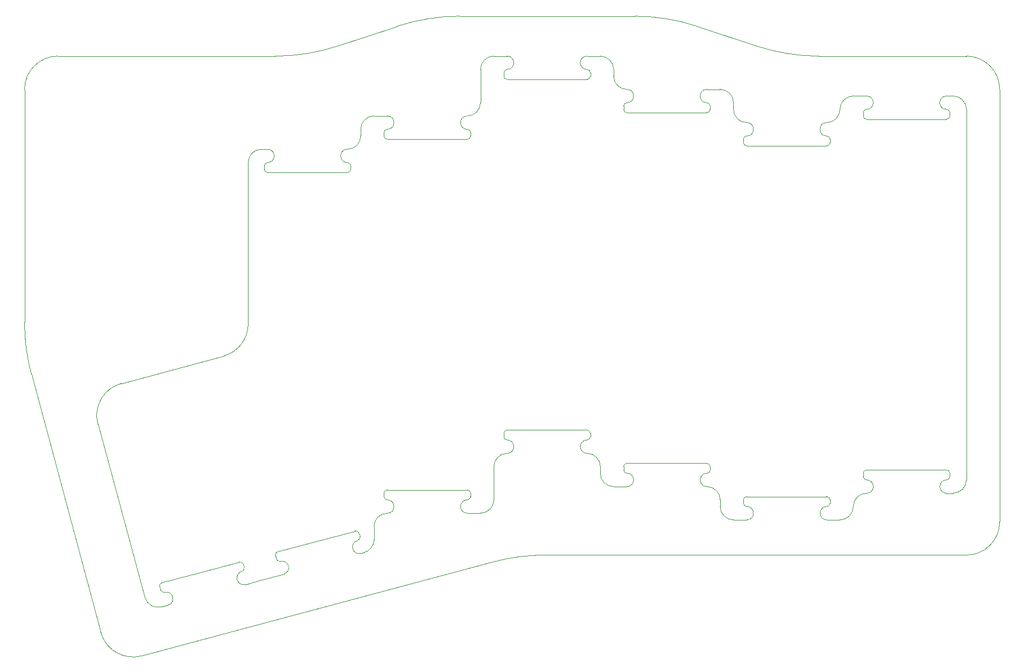
<source format=gbr>
G04 #@! TF.GenerationSoftware,KiCad,Pcbnew,9.0.2*
G04 #@! TF.CreationDate,2025-12-10T21:35:09-05:00*
G04 #@! TF.ProjectId,ThumbsUp,5468756d-6273-4557-902e-6b696361645f,rev?*
G04 #@! TF.SameCoordinates,Original*
G04 #@! TF.FileFunction,Profile,NP*
%FSLAX46Y46*%
G04 Gerber Fmt 4.6, Leading zero omitted, Abs format (unit mm)*
G04 Created by KiCad (PCBNEW 9.0.2) date 2025-12-10 21:35:09*
%MOMM*%
%LPD*%
G01*
G04 APERTURE LIST*
G04 #@! TA.AperFunction,Profile*
%ADD10C,0.050000*%
G04 #@! TD*
G04 APERTURE END LIST*
D10*
X99368747Y-187203553D02*
X99368747Y-186703553D01*
X165868300Y-136000000D02*
X166868300Y-136000000D01*
X105868747Y-186203553D02*
X111868747Y-186203553D01*
X130368300Y-138000000D02*
G75*
G02*
X129868300Y-138500000I-500000J0D01*
G01*
X87868300Y-142500000D02*
X81868300Y-142500000D01*
X147868747Y-199703553D02*
G75*
G02*
X147868747Y-197703647I-47J999953D01*
G01*
X153368300Y-138500000D02*
G75*
G02*
X153868300Y-138000000I500000J0D01*
G01*
X93868300Y-141000000D02*
G75*
G02*
X94368300Y-141500000I0J-500000D01*
G01*
X105549731Y-205000000D02*
X168868300Y-205000000D01*
X83249797Y-125539501D02*
X74486803Y-128460499D01*
X141868300Y-143500000D02*
X135868300Y-143500000D01*
X48925234Y-212515469D02*
X47921221Y-212784494D01*
X173868300Y-135000000D02*
X173868300Y-200000000D01*
X113868747Y-191703553D02*
X113868747Y-192703550D01*
X94368747Y-196203553D02*
X94368747Y-195703553D01*
X123868300Y-138500000D02*
X129868300Y-138500000D01*
X81368300Y-141500000D02*
X81368300Y-142000000D01*
X168868300Y-193702367D02*
G75*
G02*
X166870668Y-195702399I-2000000J-33D01*
G01*
X153868300Y-136000000D02*
X151868300Y-136000000D01*
X131868747Y-196703553D02*
X131868747Y-197703553D01*
X60516343Y-209409641D02*
X62448195Y-208892003D01*
X141868300Y-143500000D02*
X147868300Y-143500000D01*
X130368747Y-192203553D02*
X130368747Y-191703553D01*
X47665813Y-209747102D02*
G75*
G02*
X48019365Y-209134722I482987J129402D01*
G01*
X53814922Y-207581815D02*
X48019367Y-209134729D01*
X75868300Y-146000000D02*
G75*
G02*
X75868300Y-144000000I0J1000000D01*
G01*
X129868747Y-191203553D02*
G75*
G02*
X130368747Y-191703553I-47J-500047D01*
G01*
X97868577Y-191703482D02*
X97868399Y-196701874D01*
X92736630Y-124000000D02*
X118999970Y-124000000D01*
X131868300Y-135000000D02*
G75*
G02*
X133868300Y-137000000I0J-2000000D01*
G01*
X63368300Y-146500000D02*
G75*
G02*
X63868300Y-146000000I500000J0D01*
G01*
X79868436Y-202689758D02*
G75*
G02*
X78386079Y-204621478I-2000036J158D01*
G01*
X117868747Y-192703553D02*
G75*
G02*
X117368747Y-192203553I-47J499953D01*
G01*
X47921221Y-212784494D02*
G75*
G02*
X45473876Y-211378254I-517621J1931894D01*
G01*
X60968300Y-146000000D02*
G75*
G02*
X62968300Y-144000000I2000000J0D01*
G01*
X105868300Y-133500000D02*
X99868300Y-133500000D01*
X65794260Y-205924875D02*
G75*
G02*
X65181938Y-205571309I-129360J482975D01*
G01*
X65052478Y-205088359D02*
G75*
G02*
X65406056Y-204476074I482922J129359D01*
G01*
X77903008Y-204750898D02*
X78386074Y-204621461D01*
X94368747Y-196203553D02*
G75*
G02*
X93868747Y-196703647I-500047J-47D01*
G01*
X94368300Y-141500000D02*
X94368300Y-142000000D01*
X165868300Y-138000000D02*
G75*
G02*
X165868300Y-136000000I0J1000000D01*
G01*
X123868747Y-191203553D02*
X117868747Y-191203553D01*
X38823002Y-216611490D02*
X28396822Y-177826101D01*
X117868300Y-135000000D02*
G75*
G02*
X115868300Y-133000000I0J2000000D01*
G01*
X147868300Y-142000000D02*
G75*
G02*
X147868300Y-140000000I0J1000000D01*
G01*
X97868577Y-191703482D02*
G75*
G02*
X99868747Y-189703577I2000023J-118D01*
G01*
X99368300Y-132500000D02*
X99368300Y-133000000D01*
X133868300Y-138000000D02*
X133868300Y-137000000D01*
X159868747Y-192203553D02*
X153868747Y-192203553D01*
X71201587Y-202923072D02*
X76997142Y-201370158D01*
X95868300Y-137000000D02*
G75*
G02*
X93868300Y-139000000I-2000000J0D01*
G01*
X118999970Y-124000000D02*
G75*
G02*
X128486806Y-125539492I30J-30000000D01*
G01*
X63368300Y-146500000D02*
X63368300Y-147000000D01*
X47795223Y-210230064D02*
X47665813Y-209747102D01*
X77868300Y-142000000D02*
G75*
G02*
X75868300Y-144000000I-2000000J0D01*
G01*
X173868300Y-200000000D02*
G75*
G02*
X168868300Y-205000000I-5000000J0D01*
G01*
X28396822Y-177826101D02*
G75*
G02*
X27368308Y-170038069I28971478J7788001D01*
G01*
X87868747Y-195203553D02*
X93868747Y-195203553D01*
X41910652Y-179200321D02*
X57264419Y-175079396D01*
X130368300Y-137500000D02*
X130368300Y-138000000D01*
X153868300Y-139500000D02*
G75*
G02*
X153368300Y-139000000I0J500000D01*
G01*
X123868747Y-191203553D02*
X129868747Y-191203553D01*
X153368300Y-138500000D02*
X153368300Y-139000000D01*
X63868300Y-144000000D02*
X62968300Y-144000000D01*
X60968301Y-170250310D02*
X60968300Y-146000000D01*
X66311898Y-207856727D02*
X64380047Y-208374365D01*
X71201587Y-202923072D02*
X65406032Y-204475986D01*
X62448195Y-208892001D02*
X64380047Y-208374365D01*
X135368747Y-196703553D02*
G75*
G02*
X135868747Y-196203647I499953J-47D01*
G01*
X112368300Y-133000000D02*
G75*
G02*
X111868300Y-133500000I-500000J0D01*
G01*
X63868300Y-147500000D02*
G75*
G02*
X63368300Y-147000000I0J500000D01*
G01*
X115868747Y-194703553D02*
X115865194Y-194703547D01*
X111868747Y-189703553D02*
G75*
G02*
X111868747Y-187703647I-47J999953D01*
G01*
X81868300Y-139000000D02*
G75*
G02*
X81868300Y-141000000I0J-1000000D01*
G01*
X112368747Y-187203553D02*
G75*
G02*
X111868747Y-187703647I-500047J-47D01*
G01*
X81868300Y-142500000D02*
G75*
G02*
X81368300Y-142000000I0J500000D01*
G01*
X93868747Y-198703553D02*
G75*
G02*
X93868747Y-196703647I-47J999953D01*
G01*
X166870668Y-195702366D02*
X165868747Y-195703552D01*
X111868747Y-186203553D02*
G75*
G02*
X112368747Y-186703553I-47J-500047D01*
G01*
X123868300Y-138500000D02*
X117868300Y-138500000D01*
X117868747Y-192703553D02*
G75*
G02*
X117868747Y-194703647I-47J-1000047D01*
G01*
X135868747Y-199703553D02*
X133868747Y-199703553D01*
X32368300Y-130000000D02*
X64999970Y-130000000D01*
X129868747Y-194703553D02*
G75*
G02*
X129868747Y-192703647I-47J999953D01*
G01*
X111868300Y-130000000D02*
X113868300Y-130000000D01*
X117368747Y-192203553D02*
X117368747Y-191703553D01*
X94368300Y-142000000D02*
G75*
G02*
X93868300Y-142500000I-500000J0D01*
G01*
X87868747Y-195203553D02*
X81868747Y-195203553D01*
X76997142Y-201370158D02*
G75*
G02*
X77609439Y-201723731I129358J-482942D01*
G01*
X129868747Y-194703553D02*
G75*
G02*
X131868747Y-196703553I-47J-2000047D01*
G01*
X38381259Y-185338769D02*
G75*
G02*
X41910663Y-179200361I4825441J1309369D01*
G01*
X115865194Y-194703547D02*
G75*
G02*
X113868650Y-192703550I3506J2000047D01*
G01*
X97868399Y-196701874D02*
G75*
G02*
X95870175Y-198701798I-1999999J74D01*
G01*
X65181888Y-205571322D02*
X65052478Y-205088359D01*
X153368747Y-193203553D02*
X153368747Y-192703553D01*
X74486803Y-128460499D02*
G75*
G02*
X64999970Y-129999991I-9486803J28460499D01*
G01*
X168868300Y-130000000D02*
G75*
G02*
X173868300Y-135000000I0J-5000000D01*
G01*
X151868747Y-197703553D02*
G75*
G02*
X149868747Y-199703647I-2000047J-47D01*
G01*
X99868300Y-133500000D02*
G75*
G02*
X99368300Y-133000000I0J500000D01*
G01*
X135868300Y-140000000D02*
G75*
G02*
X133868300Y-138000000I0J2000000D01*
G01*
X111868300Y-132000000D02*
G75*
G02*
X111868300Y-130000000I0J1000000D01*
G01*
X151868747Y-197703553D02*
G75*
G02*
X153868747Y-195703547I2000153J-147D01*
G01*
X153368747Y-192703553D02*
G75*
G02*
X153868747Y-192203647I499953J-47D01*
G01*
X166368747Y-193203553D02*
G75*
G02*
X165868747Y-193703647I-500047J-47D01*
G01*
X87868300Y-142500000D02*
X93868300Y-142500000D01*
X75868300Y-146000000D02*
G75*
G02*
X76368300Y-146500000I0J-500000D01*
G01*
X129868300Y-137000000D02*
G75*
G02*
X130368300Y-137500000I0J-500000D01*
G01*
X60352259Y-206865417D02*
X60222849Y-206382454D01*
X60516343Y-209409641D02*
G75*
G02*
X59998694Y-207477749I-258843J965941D01*
G01*
X27368300Y-170038069D02*
X27368300Y-135000000D01*
X117868300Y-135000000D02*
G75*
G02*
X117868300Y-137000000I0J-1000000D01*
G01*
X117368300Y-137500000D02*
X117368300Y-138000000D01*
X153868747Y-193703553D02*
G75*
G02*
X153868747Y-195703647I-47J-1000047D01*
G01*
X65794260Y-205924875D02*
G75*
G02*
X66311900Y-207856736I258840J-965925D01*
G01*
X93868747Y-198703552D02*
X95870175Y-198701775D01*
X166368300Y-138500000D02*
X166368300Y-139000000D01*
X95868300Y-137000000D02*
X95868300Y-132000000D01*
X159868300Y-139500000D02*
X165868300Y-139500000D01*
X117368747Y-191703553D02*
G75*
G02*
X117868747Y-191203647I499953J-47D01*
G01*
X76368300Y-147000000D02*
G75*
G02*
X75868300Y-147500000I-500000J0D01*
G01*
X60352259Y-206865417D02*
G75*
G02*
X59998696Y-207477756I-482959J-129383D01*
G01*
X77738924Y-202206674D02*
X77609514Y-201723711D01*
X77738924Y-202206674D02*
G75*
G02*
X77385368Y-202819039I-482924J-129426D01*
G01*
X38381259Y-185338769D02*
X45473884Y-211378252D01*
X147868747Y-196203553D02*
G75*
G02*
X148368747Y-196703553I-47J-500047D01*
G01*
X97804301Y-206017103D02*
G75*
G02*
X105549731Y-204999996I7745499J-28983297D01*
G01*
X79868584Y-200703600D02*
X79868436Y-202689758D01*
X83249797Y-125539501D02*
G75*
G02*
X92736630Y-124000009I9486803J-28460499D01*
G01*
X166368747Y-193203553D02*
X166368747Y-192703553D01*
X128486803Y-125539501D02*
X137249797Y-128460499D01*
X148368300Y-142500000D02*
X148368300Y-143000000D01*
X99368300Y-132500000D02*
G75*
G02*
X99868300Y-132000000I500000J0D01*
G01*
X153868747Y-193703553D02*
G75*
G02*
X153368747Y-193203553I-47J499953D01*
G01*
X27368300Y-135000000D02*
G75*
G02*
X32368300Y-130000000I5000000J0D01*
G01*
X166868300Y-136000000D02*
G75*
G02*
X168868300Y-138000000I0J-2000000D01*
G01*
X115868300Y-132000000D02*
X115868300Y-133000000D01*
X95868300Y-132000000D02*
G75*
G02*
X97868300Y-130000000I2000000J0D01*
G01*
X135868300Y-140000000D02*
G75*
G02*
X135868300Y-142000000I0J-1000000D01*
G01*
X147868300Y-142000000D02*
G75*
G02*
X148368300Y-142500000I0J-500000D01*
G01*
X148368747Y-197203553D02*
X148368747Y-196703553D01*
X76368300Y-146500000D02*
X76368300Y-147000000D01*
X159868747Y-192203553D02*
X165868747Y-192203553D01*
X79868584Y-200703390D02*
G75*
G02*
X81868747Y-198703584I1999916J-110D01*
G01*
X77868300Y-142000000D02*
X77868300Y-141000000D01*
X168868300Y-138000000D02*
X168868300Y-193702367D01*
X59610477Y-206028901D02*
G75*
G02*
X60222890Y-206382443I129423J-482999D01*
G01*
X135368747Y-197203553D02*
X135368747Y-196703553D01*
X129868300Y-137000000D02*
G75*
G02*
X129868300Y-135000000I0J1000000D01*
G01*
X165868300Y-138000000D02*
G75*
G02*
X166368300Y-138500000I0J-500000D01*
G01*
X44942486Y-220143968D02*
G75*
G02*
X38823034Y-216611481I-1290886J4830468D01*
G01*
X99368747Y-186703553D02*
G75*
G02*
X99868747Y-186203647I499953J-47D01*
G01*
X99868700Y-187703553D02*
G75*
G02*
X99868747Y-189703647I0J-1000047D01*
G01*
X159868300Y-130000000D02*
X168868300Y-130000000D01*
X147868747Y-199703553D02*
X149868747Y-199703553D01*
X53814922Y-207581815D02*
X59610477Y-206028901D01*
X135868300Y-143500000D02*
G75*
G02*
X135368300Y-143000000I0J500000D01*
G01*
X69868300Y-147500000D02*
X75868300Y-147500000D01*
X141868747Y-196203553D02*
X135868747Y-196203553D01*
X113868300Y-130000000D02*
G75*
G02*
X115868300Y-132000000I0J-2000000D01*
G01*
X146736630Y-130000000D02*
G75*
G02*
X137249794Y-128460508I-30J30000000D01*
G01*
X97804301Y-206017103D02*
X44942486Y-220143968D01*
X48407595Y-210583618D02*
G75*
G02*
X47795270Y-210230051I-129395J482918D01*
G01*
X135868747Y-197703553D02*
G75*
G02*
X135368747Y-197203553I-47J499953D01*
G01*
X81868747Y-196703553D02*
G75*
G02*
X81868747Y-198703647I-47J-1000047D01*
G01*
X105868747Y-186203553D02*
X99868747Y-186203553D01*
X60968301Y-170250310D02*
G75*
G02*
X57264417Y-175079388I-5000001J10D01*
G01*
X77903008Y-204750898D02*
G75*
G02*
X77385385Y-202819104I-258808J965898D01*
G01*
X165868747Y-192203553D02*
G75*
G02*
X166368747Y-192703553I-47J-500047D01*
G01*
X112368747Y-187203553D02*
X112368747Y-186703553D01*
X117868300Y-138500000D02*
G75*
G02*
X117368300Y-138000000I0J500000D01*
G01*
X146736630Y-130000000D02*
X159868300Y-130000000D01*
X117368300Y-137500000D02*
G75*
G02*
X117868300Y-137000000I500000J0D01*
G01*
X153868300Y-136000000D02*
G75*
G02*
X153868300Y-138000000I0J-1000000D01*
G01*
X135868747Y-197703553D02*
G75*
G02*
X135868747Y-199703647I-47J-1000047D01*
G01*
X148368747Y-197203553D02*
G75*
G02*
X147868747Y-197703647I-500047J-47D01*
G01*
X117868747Y-194703553D02*
X115868747Y-194703553D01*
X63868300Y-144000000D02*
G75*
G02*
X63868300Y-146000000I0J-1000000D01*
G01*
X141868747Y-196203553D02*
X147868747Y-196203553D01*
X81368747Y-195703553D02*
G75*
G02*
X81868747Y-195203647I499953J-47D01*
G01*
X111868747Y-189703553D02*
G75*
G02*
X113868747Y-191703553I-47J-2000047D01*
G01*
X130368747Y-192203553D02*
G75*
G02*
X129868747Y-192703647I-500047J-47D01*
G01*
X148368300Y-143000000D02*
G75*
G02*
X147868300Y-143500000I-500000J0D01*
G01*
X81368300Y-141500000D02*
G75*
G02*
X81868300Y-141000000I500000J0D01*
G01*
X112368300Y-132500000D02*
X112368300Y-133000000D01*
X99868300Y-130000000D02*
X97868300Y-130000000D01*
X93868747Y-195203553D02*
G75*
G02*
X94368747Y-195703553I-47J-500047D01*
G01*
X149868300Y-138000000D02*
G75*
G02*
X147868300Y-140000000I-2000000J0D01*
G01*
X133868747Y-199703553D02*
G75*
G02*
X131868747Y-197703553I-47J1999953D01*
G01*
X81868747Y-196703553D02*
G75*
G02*
X81368747Y-196203553I-47J499953D01*
G01*
X48407595Y-210583618D02*
G75*
G02*
X48925210Y-212515381I258805J-965882D01*
G01*
X105868300Y-133500000D02*
X111868300Y-133500000D01*
X135368300Y-142500000D02*
G75*
G02*
X135868300Y-142000000I500000J0D01*
G01*
X81868300Y-139000000D02*
X79868300Y-139000000D01*
X93868300Y-141000000D02*
G75*
G02*
X93868300Y-139000000I0J1000000D01*
G01*
X77868300Y-141000000D02*
G75*
G02*
X79868300Y-139000000I2000000J0D01*
G01*
X166368300Y-139000000D02*
G75*
G02*
X165868300Y-139500000I-500000J0D01*
G01*
X111868300Y-132000000D02*
G75*
G02*
X112368300Y-132500000I0J-500000D01*
G01*
X159868300Y-139500000D02*
X153868300Y-139500000D01*
X81368747Y-196203553D02*
X81368747Y-195703553D01*
X165868747Y-195703553D02*
G75*
G02*
X165868747Y-193703647I-47J999953D01*
G01*
X69868300Y-147500000D02*
X63868300Y-147500000D01*
X135368300Y-142500000D02*
X135368300Y-143000000D01*
X149868300Y-138000000D02*
G75*
G02*
X151868300Y-136000000I2000000J0D01*
G01*
X99868300Y-130000000D02*
G75*
G02*
X99868300Y-132000000I0J-1000000D01*
G01*
X99868747Y-187703553D02*
G75*
G02*
X99368747Y-187203553I-47J499953D01*
G01*
X129868300Y-135000000D02*
X131868300Y-135000000D01*
M02*

</source>
